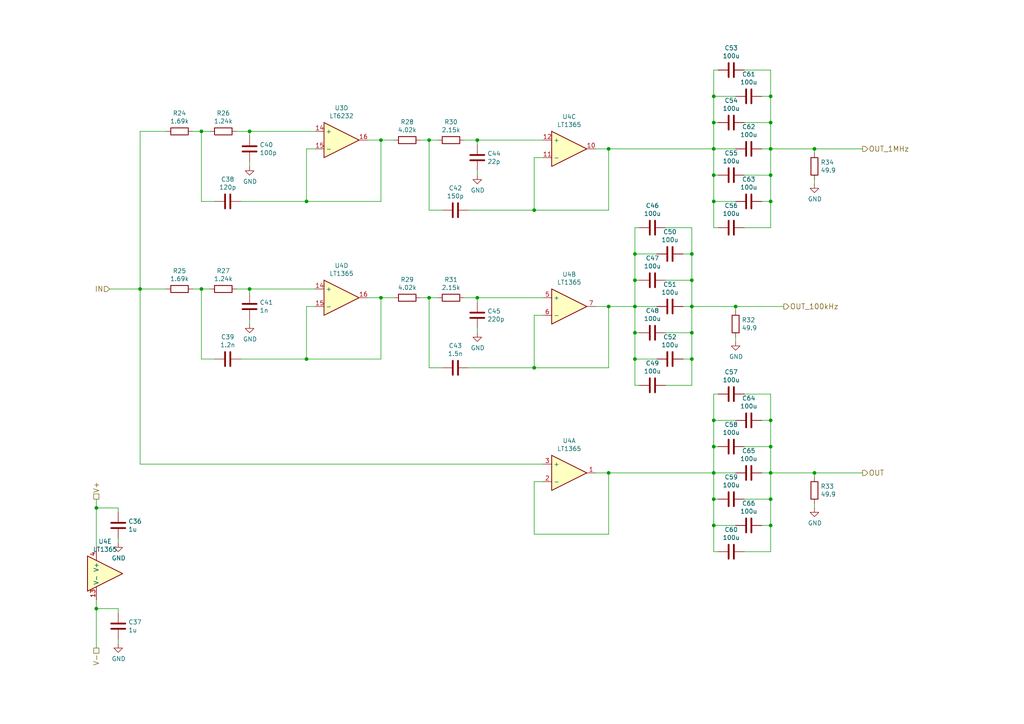
<source format=kicad_sch>
(kicad_sch (version 20230121) (generator eeschema)
  (paper "A4")
  (title_block (title "Low Noise Differential Amplifier") (date "2023-05-02") (rev "v1.1") (comment 1 "Copyright (©) 2023, Patrick Baus <patrick.baus@physik.tu-darmstadt.de>") (comment 2 "Licensed under CERN OHL v.1.2"))
  (lib_symbols
    (symbol "ADI:LT1365"
      (property "Reference" "U" (at 0 5.08 0))
      (property "Value" "LT1365" (at 0 -5.08 0))
      (symbol "LT1365_0_1"
        (polyline (pts (xy -5.08 5.08) (xy 5.08 0) (xy -5.08 -5.08) (xy -5.08 5.08)) (stroke (width 0.254)) (fill (type background)))
      )
      (symbol "LT1365_1_1"
        (pin output line (at 7.62 0 180) (length 2.54) (name "~") (number "1"))
        (pin input line (at -7.62 -2.54 0) (length 2.54) (name "-") (number "2"))
        (pin input line (at -7.62 2.54 0) (length 2.54) (name "+") (number "3"))
      )
      (symbol "LT1365_2_1"
        (pin input line (at -7.62 2.54 0) (length 2.54) (name "+") (number "5"))
        (pin input line (at -7.62 -2.54 0) (length 2.54) (name "-") (number "6"))
        (pin output line (at 7.62 0 180) (length 2.54) (name "~") (number "7"))
      )
      (symbol "LT1365_3_1"
        (pin output line (at 7.62 0 180) (length 2.54) (name "~") (number "10"))
        (pin input line (at -7.62 -2.54 0) (length 2.54) (name "-") (number "11"))
        (pin input line (at -7.62 2.54 0) (length 2.54) (name "+") (number "12"))
      )
      (symbol "LT1365_4_1"
        (pin input line (at -7.62 2.54 0) (length 2.54) (name "+") (number "14"))
        (pin input line (at -7.62 -2.54 0) (length 2.54) (name "-") (number "15"))
        (pin output line (at 7.62 0 180) (length 2.54) (name "~") (number "16"))
      )
      (symbol "LT1365_5_1"
        (pin power_in line (at -2.54 -7.62 90) (length 3.81) (name "V-") (number "13"))
        (pin power_in line (at -2.54 7.62 270) (length 3.81) (name "V+") (number "4"))
        (pin no_connect line (at 0 -6.35 90) (length 3.81) hide (name "~") (number "8"))
        (pin no_connect line (at 0 6.35 270) (length 3.81) hide (name "~") (number "9"))
      )
    )
    (symbol "ADI:LT6232"
      (property "Reference" "U" (at 0 5.08 0))
      (property "Value" "LT6232" (at 0 -5.08 0))
      (symbol "LT6232_0_1"
        (polyline (pts (xy -5.08 5.08) (xy 5.08 0) (xy -5.08 -5.08) (xy -5.08 5.08)) (stroke (width 0.254)) (fill (type background)))
      )
      (symbol "LT6232_1_1"
        (pin output line (at 7.62 0 180) (length 2.54) (name "~") (number "1"))
        (pin input line (at -7.62 -2.54 0) (length 2.54) (name "-") (number "2"))
        (pin input line (at -7.62 2.54 0) (length 2.54) (name "+") (number "3"))
      )
      (symbol "LT6232_2_1"
        (pin input line (at -7.62 2.54 0) (length 2.54) (name "+") (number "5"))
        (pin input line (at -7.62 -2.54 0) (length 2.54) (name "-") (number "6"))
        (pin output line (at 7.62 0 180) (length 2.54) (name "~") (number "7"))
      )
      (symbol "LT6232_3_1"
        (pin output line (at 7.62 0 180) (length 2.54) (name "~") (number "10"))
        (pin input line (at -7.62 -2.54 0) (length 2.54) (name "-") (number "11"))
        (pin input line (at -7.62 2.54 0) (length 2.54) (name "+") (number "12"))
      )
      (symbol "LT6232_4_1"
        (pin input line (at -7.62 2.54 0) (length 2.54) (name "+") (number "14"))
        (pin input line (at -7.62 -2.54 0) (length 2.54) (name "-") (number "15"))
        (pin output line (at 7.62 0 180) (length 2.54) (name "~") (number "16"))
      )
      (symbol "LT6232_5_1"
        (pin power_in line (at -2.54 -7.62 90) (length 3.81) (name "V-") (number "13"))
        (pin power_in line (at -2.54 7.62 270) (length 3.81) (name "V+") (number "4"))
        (pin no_connect line (at 0 -6.35 90) (length 3.81) hide (name "~") (number "8"))
        (pin no_connect line (at 0 6.35 270) (length 3.81) hide (name "~") (number "9"))
      )
    )
    (symbol "Device:C" (pin_numbers hide) (pin_names (offset 0.254))
      (property "Reference" "C" (at 0.635 2.54 0))
      (property "Value" "C" (at 0.635 -2.54 0))
      (symbol "C_0_1"
        (polyline (pts (xy -2.032 -0.762) (xy 2.032 -0.762)) (stroke (width 0.508)))
        (polyline (pts (xy -2.032 0.762) (xy 2.032 0.762)) (stroke (width 0.508)))
      )
      (symbol "C_1_1"
        (pin passive line (at 0 3.81 270) (length 2.794) (name "~") (number "1"))
        (pin passive line (at 0 -3.81 90) (length 2.794) (name "~") (number "2"))
      )
    )
    (symbol "Device:R" (pin_numbers hide) (pin_names (offset 0))
      (property "Reference" "R" (at 2.032 0 90))
      (property "Value" "R" (at 0 0 90))
      (symbol "R_0_1"
        (rectangle (start -1.016 -2.54) (end 1.016 2.54) (stroke (width 0.254)))
      )
      (symbol "R_1_1"
        (pin passive line (at 0 3.81 270) (length 1.27) (name "~") (number "1"))
        (pin passive line (at 0 -3.81 90) (length 1.27) (name "~") (number "2"))
      )
    )
    (symbol "power:GND" (power) (pin_names (offset 0))
      (property "Value" "GND" (at 0 -3.81 0))
      (symbol "GND_0_1"
        (polyline (pts (xy 0 0) (xy 0 -1.27) (xy 1.27 -1.27) (xy 0 -2.54) (xy -1.27 -1.27) (xy 0 -1.27)))
      )
      (symbol "GND_1_1"
        (pin power_in line (at 0 0 270) (length 0) hide (name "GND") (number "1"))
      )
    )
  )
  (junction (at 223.52 43.18))
  (junction (at 88.9 104.14))
  (junction (at 200.66 81.28))
  (junction (at 200.66 73.66))
  (junction (at 58.42 83.82))
  (junction (at 207.01 137.16))
  (junction (at 223.52 137.16))
  (junction (at 184.15 96.52))
  (junction (at 184.15 104.14))
  (junction (at 223.52 144.78))
  (junction (at 223.52 152.4))
  (junction (at 213.36 88.9))
  (junction (at 223.52 121.92))
  (junction (at 72.39 83.82))
  (junction (at 200.66 88.9))
  (junction (at 207.01 152.4))
  (junction (at 223.52 129.54))
  (junction (at 124.46 40.64))
  (junction (at 138.43 86.36))
  (junction (at 207.01 144.78))
  (junction (at 176.53 137.16))
  (junction (at 207.01 121.92))
  (junction (at 40.64 83.82))
  (junction (at 236.22 137.16))
  (junction (at 200.66 104.14))
  (junction (at 223.52 50.8))
  (junction (at 27.94 176.53))
  (junction (at 110.49 86.36))
  (junction (at 72.39 38.1))
  (junction (at 207.01 129.54))
  (junction (at 110.49 40.64))
  (junction (at 184.15 88.9))
  (junction (at 223.52 35.56))
  (junction (at 223.52 58.42))
  (junction (at 207.01 43.18))
  (junction (at 154.94 60.96))
  (junction (at 58.42 38.1))
  (junction (at 200.66 96.52))
  (junction (at 207.01 35.56))
  (junction (at 207.01 50.8))
  (junction (at 176.53 88.9))
  (junction (at 154.94 106.68))
  (junction (at 138.43 40.64))
  (junction (at 124.46 86.36))
  (junction (at 88.9 58.42))
  (junction (at 207.01 27.94))
  (junction (at 236.22 43.18))
  (junction (at 207.01 58.42))
  (junction (at 184.15 73.66))
  (junction (at 184.15 81.28))
  (junction (at 27.94 147.32))
  (junction (at 223.52 27.94))
  (junction (at 176.53 43.18))
  (wire (pts (xy 184.15 96.52) (xy 185.42 96.52)))
  (wire (pts (xy 135.89 60.96) (xy 154.94 60.96)))
  (wire (pts (xy 223.52 66.04) (xy 215.9 66.04)))
  (wire (pts (xy 110.49 40.64) (xy 114.3 40.64)))
  (wire (pts (xy 184.15 104.14) (xy 184.15 111.76)))
  (wire (pts (xy 172.72 43.18) (xy 176.53 43.18)))
  (wire (pts (xy 223.52 114.3) (xy 223.52 121.92)))
  (wire (pts (xy 88.9 104.14) (xy 110.49 104.14)))
  (wire (pts (xy 72.39 83.82) (xy 72.39 85.09)))
  (wire (pts (xy 208.28 20.32) (xy 207.01 20.32)))
  (wire (pts (xy 72.39 38.1) (xy 72.39 39.37)))
  (wire (pts (xy 223.52 144.78) (xy 215.9 144.78)))
  (wire (pts (xy 223.52 152.4) (xy 220.98 152.4)))
  (wire (pts (xy 223.52 129.54) (xy 215.9 129.54)))
  (wire (pts (xy 157.48 139.7) (xy 154.94 139.7)))
  (wire (pts (xy 124.46 60.96) (xy 128.27 60.96)))
  (wire (pts (xy 207.01 58.42) (xy 207.01 66.04)))
  (wire (pts (xy 154.94 154.94) (xy 176.53 154.94)))
  (wire (pts (xy 40.64 134.62) (xy 157.48 134.62)))
  (wire (pts (xy 72.39 83.82) (xy 91.44 83.82)))
  (wire (pts (xy 223.52 35.56) (xy 223.52 43.18)))
  (wire (pts (xy 193.04 66.04) (xy 200.66 66.04)))
  (wire (pts (xy 154.94 91.44) (xy 154.94 106.68)))
  (wire (pts (xy 124.46 40.64) (xy 127 40.64)))
  (wire (pts (xy 207.01 144.78) (xy 207.01 152.4)))
  (wire (pts (xy 184.15 66.04) (xy 184.15 73.66)))
  (wire (pts (xy 48.26 38.1) (xy 40.64 38.1)))
  (wire (pts (xy 124.46 106.68) (xy 128.27 106.68)))
  (wire (pts (xy 207.01 20.32) (xy 207.01 27.94)))
  (wire (pts (xy 69.85 58.42) (xy 88.9 58.42)))
  (wire (pts (xy 223.52 58.42) (xy 223.52 66.04)))
  (wire (pts (xy 184.15 111.76) (xy 185.42 111.76)))
  (wire (pts (xy 31.75 83.82) (xy 40.64 83.82)))
  (wire (pts (xy 176.53 60.96) (xy 176.53 43.18)))
  (wire (pts (xy 34.29 148.59) (xy 34.29 147.32)))
  (wire (pts (xy 213.36 88.9) (xy 213.36 90.17)))
  (wire (pts (xy 154.94 60.96) (xy 176.53 60.96)))
  (wire (pts (xy 223.52 129.54) (xy 223.52 137.16)))
  (wire (pts (xy 223.52 27.94) (xy 220.98 27.94)))
  (wire (pts (xy 208.28 114.3) (xy 207.01 114.3)))
  (wire (pts (xy 223.52 137.16) (xy 236.22 137.16)))
  (wire (pts (xy 184.15 104.14) (xy 190.5 104.14)))
  (wire (pts (xy 27.94 147.32) (xy 27.94 158.75)))
  (wire (pts (xy 172.72 137.16) (xy 176.53 137.16)))
  (wire (pts (xy 207.01 129.54) (xy 207.01 137.16)))
  (wire (pts (xy 184.15 73.66) (xy 190.5 73.66)))
  (wire (pts (xy 138.43 49.53) (xy 138.43 50.8)))
  (wire (pts (xy 200.66 96.52) (xy 200.66 104.14)))
  (wire (pts (xy 138.43 86.36) (xy 138.43 87.63)))
  (wire (pts (xy 207.01 66.04) (xy 208.28 66.04)))
  (wire (pts (xy 40.64 83.82) (xy 40.64 134.62)))
  (wire (pts (xy 207.01 137.16) (xy 207.01 144.78)))
  (wire (pts (xy 200.66 81.28) (xy 193.04 81.28)))
  (wire (pts (xy 34.29 176.53) (xy 27.94 176.53)))
  (wire (pts (xy 72.39 46.99) (xy 72.39 48.26)))
  (wire (pts (xy 207.01 43.18) (xy 213.36 43.18)))
  (wire (pts (xy 223.52 50.8) (xy 223.52 58.42)))
  (wire (pts (xy 200.66 111.76) (xy 193.04 111.76)))
  (wire (pts (xy 154.94 106.68) (xy 176.53 106.68)))
  (wire (pts (xy 223.52 43.18) (xy 223.52 50.8)))
  (wire (pts (xy 236.22 147.32) (xy 236.22 146.05)))
  (wire (pts (xy 207.01 121.92) (xy 207.01 129.54)))
  (wire (pts (xy 134.62 86.36) (xy 138.43 86.36)))
  (wire (pts (xy 34.29 147.32) (xy 27.94 147.32)))
  (wire (pts (xy 58.42 83.82) (xy 58.42 104.14)))
  (wire (pts (xy 58.42 58.42) (xy 62.23 58.42)))
  (wire (pts (xy 40.64 83.82) (xy 48.26 83.82)))
  (wire (pts (xy 213.36 99.06) (xy 213.36 97.79)))
  (wire (pts (xy 34.29 157.48) (xy 34.29 156.21)))
  (wire (pts (xy 223.52 43.18) (xy 236.22 43.18)))
  (wire (pts (xy 88.9 58.42) (xy 110.49 58.42)))
  (wire (pts (xy 200.66 88.9) (xy 200.66 96.52)))
  (wire (pts (xy 72.39 92.71) (xy 72.39 93.98)))
  (wire (pts (xy 138.43 86.36) (xy 157.48 86.36)))
  (wire (pts (xy 207.01 35.56) (xy 208.28 35.56)))
  (wire (pts (xy 207.01 43.18) (xy 207.01 50.8)))
  (wire (pts (xy 27.94 173.99) (xy 27.94 176.53)))
  (wire (pts (xy 110.49 86.36) (xy 114.3 86.36)))
  (wire (pts (xy 223.52 160.02) (xy 215.9 160.02)))
  (wire (pts (xy 185.42 66.04) (xy 184.15 66.04)))
  (wire (pts (xy 198.12 88.9) (xy 200.66 88.9)))
  (wire (pts (xy 135.89 106.68) (xy 154.94 106.68)))
  (wire (pts (xy 91.44 88.9) (xy 88.9 88.9)))
  (wire (pts (xy 223.52 121.92) (xy 223.52 129.54)))
  (wire (pts (xy 200.66 66.04) (xy 200.66 73.66)))
  (wire (pts (xy 207.01 152.4) (xy 207.01 160.02)))
  (wire (pts (xy 88.9 88.9) (xy 88.9 104.14)))
  (wire (pts (xy 215.9 114.3) (xy 223.52 114.3)))
  (wire (pts (xy 223.52 27.94) (xy 223.52 35.56)))
  (wire (pts (xy 207.01 152.4) (xy 213.36 152.4)))
  (wire (pts (xy 55.88 83.82) (xy 58.42 83.82)))
  (wire (pts (xy 207.01 129.54) (xy 208.28 129.54)))
  (wire (pts (xy 200.66 73.66) (xy 198.12 73.66)))
  (wire (pts (xy 236.22 43.18) (xy 250.19 43.18)))
  (wire (pts (xy 223.52 137.16) (xy 223.52 144.78)))
  (wire (pts (xy 176.53 106.68) (xy 176.53 88.9)))
  (wire (pts (xy 220.98 43.18) (xy 223.52 43.18)))
  (wire (pts (xy 213.36 88.9) (xy 227.33 88.9)))
  (wire (pts (xy 55.88 38.1) (xy 58.42 38.1)))
  (wire (pts (xy 207.01 114.3) (xy 207.01 121.92)))
  (wire (pts (xy 184.15 96.52) (xy 184.15 104.14)))
  (wire (pts (xy 124.46 86.36) (xy 127 86.36)))
  (wire (pts (xy 200.66 104.14) (xy 200.66 111.76)))
  (wire (pts (xy 69.85 104.14) (xy 88.9 104.14)))
  (wire (pts (xy 207.01 50.8) (xy 208.28 50.8)))
  (wire (pts (xy 184.15 88.9) (xy 184.15 96.52)))
  (wire (pts (xy 184.15 81.28) (xy 185.42 81.28)))
  (wire (pts (xy 110.49 104.14) (xy 110.49 86.36)))
  (wire (pts (xy 223.52 144.78) (xy 223.52 152.4)))
  (wire (pts (xy 40.64 38.1) (xy 40.64 83.82)))
  (wire (pts (xy 207.01 35.56) (xy 207.01 43.18)))
  (wire (pts (xy 215.9 20.32) (xy 223.52 20.32)))
  (wire (pts (xy 138.43 40.64) (xy 157.48 40.64)))
  (wire (pts (xy 68.58 38.1) (xy 72.39 38.1)))
  (wire (pts (xy 72.39 38.1) (xy 91.44 38.1)))
  (wire (pts (xy 134.62 40.64) (xy 138.43 40.64)))
  (wire (pts (xy 176.53 88.9) (xy 184.15 88.9)))
  (wire (pts (xy 58.42 38.1) (xy 60.96 38.1)))
  (wire (pts (xy 207.01 137.16) (xy 213.36 137.16)))
  (wire (pts (xy 200.66 73.66) (xy 200.66 81.28)))
  (wire (pts (xy 110.49 58.42) (xy 110.49 40.64)))
  (wire (pts (xy 236.22 137.16) (xy 250.19 137.16)))
  (wire (pts (xy 223.52 121.92) (xy 220.98 121.92)))
  (wire (pts (xy 223.52 58.42) (xy 220.98 58.42)))
  (wire (pts (xy 34.29 177.8) (xy 34.29 176.53)))
  (wire (pts (xy 88.9 43.18) (xy 88.9 58.42)))
  (wire (pts (xy 154.94 139.7) (xy 154.94 154.94)))
  (wire (pts (xy 58.42 83.82) (xy 60.96 83.82)))
  (wire (pts (xy 124.46 86.36) (xy 124.46 106.68)))
  (wire (pts (xy 207.01 27.94) (xy 207.01 35.56)))
  (wire (pts (xy 27.94 176.53) (xy 27.94 187.96)))
  (wire (pts (xy 27.94 144.78) (xy 27.94 147.32)))
  (wire (pts (xy 207.01 50.8) (xy 207.01 58.42)))
  (wire (pts (xy 236.22 43.18) (xy 236.22 44.45)))
  (wire (pts (xy 34.29 186.69) (xy 34.29 185.42)))
  (wire (pts (xy 236.22 137.16) (xy 236.22 138.43)))
  (wire (pts (xy 184.15 81.28) (xy 184.15 88.9)))
  (wire (pts (xy 138.43 95.25) (xy 138.43 96.52)))
  (wire (pts (xy 184.15 88.9) (xy 190.5 88.9)))
  (wire (pts (xy 154.94 45.72) (xy 154.94 60.96)))
  (wire (pts (xy 121.92 40.64) (xy 124.46 40.64)))
  (wire (pts (xy 58.42 104.14) (xy 62.23 104.14)))
  (wire (pts (xy 138.43 40.64) (xy 138.43 41.91)))
  (wire (pts (xy 200.66 96.52) (xy 193.04 96.52)))
  (wire (pts (xy 157.48 91.44) (xy 154.94 91.44)))
  (wire (pts (xy 124.46 40.64) (xy 124.46 60.96)))
  (wire (pts (xy 207.01 160.02) (xy 208.28 160.02)))
  (wire (pts (xy 58.42 38.1) (xy 58.42 58.42)))
  (wire (pts (xy 68.58 83.82) (xy 72.39 83.82)))
  (wire (pts (xy 207.01 58.42) (xy 213.36 58.42)))
  (wire (pts (xy 184.15 73.66) (xy 184.15 81.28)))
  (wire (pts (xy 207.01 121.92) (xy 213.36 121.92)))
  (wire (pts (xy 121.92 86.36) (xy 124.46 86.36)))
  (wire (pts (xy 176.53 43.18) (xy 207.01 43.18)))
  (wire (pts (xy 223.52 50.8) (xy 215.9 50.8)))
  (wire (pts (xy 91.44 43.18) (xy 88.9 43.18)))
  (wire (pts (xy 207.01 144.78) (xy 208.28 144.78)))
  (wire (pts (xy 200.66 88.9) (xy 213.36 88.9)))
  (wire (pts (xy 220.98 137.16) (xy 223.52 137.16)))
  (wire (pts (xy 106.68 86.36) (xy 110.49 86.36)))
  (wire (pts (xy 223.52 20.32) (xy 223.52 27.94)))
  (wire (pts (xy 172.72 88.9) (xy 176.53 88.9)))
  (wire (pts (xy 236.22 53.34) (xy 236.22 52.07)))
  (wire (pts (xy 176.53 154.94) (xy 176.53 137.16)))
  (wire (pts (xy 223.52 35.56) (xy 215.9 35.56)))
  (wire (pts (xy 207.01 27.94) (xy 213.36 27.94)))
  (wire (pts (xy 200.66 104.14) (xy 198.12 104.14)))
  (wire (pts (xy 223.52 152.4) (xy 223.52 160.02)))
  (wire (pts (xy 176.53 137.16) (xy 207.01 137.16)))
  (wire (pts (xy 106.68 40.64) (xy 110.49 40.64)))
  (wire (pts (xy 157.48 45.72) (xy 154.94 45.72)))
  (wire (pts (xy 200.66 81.28) (xy 200.66 88.9)))
  (hierarchical_label "V+" (shape passive) (at 27.94 144.78 90) (effects (font (size 1.524 1.524))))
  (hierarchical_label "OUT" (shape output) (at 250.19 137.16 0) (effects (font (size 1.524 1.524))))
  (hierarchical_label "OUT_1MHz" (shape output) (at 250.19 43.18 0) (effects (font (size 1.524 1.524))))
  (hierarchical_label "V-" (shape passive) (at 27.94 187.96 270) (effects (font (size 1.524 1.524))))
  (hierarchical_label "IN" (shape input) (at 31.75 83.82 180) (effects (font (size 1.524 1.524))))
  (hierarchical_label "OUT_100kHz" (shape output) (at 227.33 88.9 0) (effects (font (size 1.524 1.524))))
  (symbol (lib_id "ADI:LT6232") (at 99.06 40.64 0) (unit 4)
    (property "Reference" "U3" (at 99.06 31.3182 0))
    (property "Value" "LT6232" (at 99.06 33.6296 0))
    (property "Footprint" "Package_SO:SSOP-16_3.9x4.9mm_P0.635mm" (effects hide))
    (property "PN" "LT6232CGN#PBF" (effects hide))
    (property "MFN" "Analog Devices" (effects hide))
  )
  (symbol (lib_id "Device:R") (at 52.07 38.1 270) (unit 1)
    (property "Reference" "R24" (at 52.07 32.8422 90))
    (property "Value" "1.69k" (at 52.07 35.1536 90))
    (property "Footprint" "Resistor_SMD:R_1206_3216Metric" (effects hide))
    (property "MFN" "Susumu" (effects hide))
    (property "PN" "RG3216P-1691-B-T5" (effects hide))
  )
  (symbol (lib_id "Device:R") (at 64.77 38.1 270) (unit 1)
    (property "Reference" "R26" (at 64.77 32.8422 90))
    (property "Value" "1.24k" (at 64.77 35.1536 90))
    (property "Footprint" "Resistor_SMD:R_1206_3216Metric" (effects hide))
    (property "MFN" "Panasonic" (effects hide))
    (property "PN" "ERA-8AEB1241V" (effects hide))
  )
  (symbol (lib_id "Device:C") (at 72.39 43.18 0) (unit 1)
    (property "Reference" "C40" (at 75.311 42.0116 0) (effects (justify left)))
    (property "Value" "100p" (at 75.311 44.323 0) (effects (justify left)))
    (property "Footprint" "Capacitor_SMD:C_1206_3216Metric" (effects hide))
    (property "MFN" "AVX" (effects hide))
    (property "PN" "12065A101JAT2A" (effects hide))
  )
  (symbol (lib_id "power:GND") (at 72.39 48.26 0) (unit 1)
    (property "Reference" "#PWR022" (effects hide))
    (property "Value" "GND" (at 72.517 52.6542 0))
  )
  (symbol (lib_id "Device:C") (at 66.04 58.42 270) (unit 1)
    (property "Reference" "C38" (at 66.04 52.0192 90))
    (property "Value" "120p" (at 66.04 54.3306 90))
    (property "Footprint" "Capacitor_SMD:C_1206_3216Metric" (effects hide))
    (property "MFN" "AVX" (effects hide))
    (property "PN" "12065A121JAT2A" (effects hide))
  )
  (symbol (lib_id "ADI:LT1365") (at 165.1 43.18 0) (unit 3)
    (property "Reference" "U4" (at 165.1 33.8582 0))
    (property "Value" "LT1365" (at 165.1 36.1696 0))
    (property "Footprint" "Package_SO:SOIC-16_3.9x9.9mm_P1.27mm" (effects hide))
    (property "MFN" "Analog Devices" (effects hide))
    (property "PN" "LT1365CS#PBF" (effects hide))
  )
  (symbol (lib_id "Device:R") (at 118.11 40.64 270) (unit 1)
    (property "Reference" "R28" (at 118.11 35.3822 90))
    (property "Value" "4.02k" (at 118.11 37.6936 90))
    (property "Footprint" "Resistor_SMD:R_1206_3216Metric" (effects hide))
    (property "MFN" "Susumu" (effects hide))
    (property "PN" "RG3216P-4021-B-T1" (effects hide))
  )
  (symbol (lib_id "Device:R") (at 130.81 40.64 270) (unit 1)
    (property "Reference" "R30" (at 130.81 35.3822 90))
    (property "Value" "2.15k" (at 130.81 37.6936 90))
    (property "Footprint" "Resistor_SMD:R_1206_3216Metric" (effects hide))
    (property "MFN" "Panasonic" (effects hide))
    (property "PN" "RG3216P-2151-B-T5" (effects hide))
  )
  (symbol (lib_id "Device:C") (at 138.43 45.72 0) (unit 1)
    (property "Reference" "C44" (at 141.351 44.5516 0) (effects (justify left)))
    (property "Value" "22p" (at 141.351 46.863 0) (effects (justify left)))
    (property "Footprint" "Capacitor_SMD:C_1206_3216Metric" (effects hide))
    (property "MFN" "AVX" (effects hide))
    (property "PN" "12065A220JAT2A" (effects hide))
  )
  (symbol (lib_id "power:GND") (at 138.43 50.8 0) (unit 1)
    (property "Reference" "#PWR023" (effects hide))
    (property "Value" "GND" (at 138.557 55.1942 0))
  )
  (symbol (lib_id "Device:C") (at 132.08 60.96 270) (unit 1)
    (property "Reference" "C42" (at 132.08 54.5592 90))
    (property "Value" "150p" (at 132.08 56.8706 90))
    (property "Footprint" "Capacitor_SMD:C_1206_3216Metric" (effects hide))
    (property "MFN" "AVX" (effects hide))
    (property "PN" "12065A151JAT2A" (effects hide))
  )
  (symbol (lib_id "Device:R") (at 236.22 142.24 180) (unit 1)
    (property "Reference" "R33" (at 237.998 141.0716 0) (effects (justify right)))
    (property "Value" "49.9" (at 237.998 143.383 0) (effects (justify right)))
    (property "Footprint" "Resistor_SMD:R_1206_3216Metric" (effects hide))
    (property "MFN" "Susumu" (effects hide))
    (property "PN" "RG3216P-49R9-B-T1" (effects hide))
  )
  (symbol (lib_id "power:GND") (at 236.22 53.34 0) (unit 1)
    (property "Reference" "#PWR024" (effects hide))
    (property "Value" "GND" (at 236.347 57.7342 0))
  )
  (symbol (lib_id "Device:R") (at 52.07 83.82 270) (unit 1)
    (property "Reference" "R25" (at 52.07 78.5622 90))
    (property "Value" "1.69k" (at 52.07 80.8736 90))
    (property "Footprint" "Resistor_SMD:R_1206_3216Metric" (effects hide))
    (property "MFN" "Susumu" (effects hide))
    (property "PN" "RG3216P-1691-B-T5" (effects hide))
  )
  (symbol (lib_id "Device:R") (at 64.77 83.82 270) (unit 1)
    (property "Reference" "R27" (at 64.77 78.5622 90))
    (property "Value" "1.24k" (at 64.77 80.8736 90))
    (property "Footprint" "Resistor_SMD:R_1206_3216Metric" (effects hide))
    (property "MFN" "Panasonic" (effects hide))
    (property "PN" "ERA-8AEB1241V" (effects hide))
  )
  (symbol (lib_id "Device:C") (at 72.39 88.9 0) (unit 1)
    (property "Reference" "C41" (at 75.311 87.7316 0) (effects (justify left)))
    (property "Value" "1n" (at 75.311 90.043 0) (effects (justify left)))
    (property "Footprint" "Capacitor_SMD:C_1206_3216Metric" (effects hide))
    (property "MFN" "AVX" (effects hide))
    (property "PN" "12065A102JAT2A" (effects hide))
  )
  (symbol (lib_id "power:GND") (at 72.39 93.98 0) (unit 1)
    (property "Reference" "#PWR025" (effects hide))
    (property "Value" "GND" (at 72.517 98.3742 0))
  )
  (symbol (lib_id "Device:C") (at 66.04 104.14 270) (unit 1)
    (property "Reference" "C39" (at 66.04 97.7392 90))
    (property "Value" "1.2n" (at 66.04 100.0506 90))
    (property "Footprint" "Capacitor_SMD:C_1206_3216Metric" (effects hide))
    (property "MFN" "AVX" (effects hide))
    (property "PN" "12065A122JAT2A" (effects hide))
  )
  (symbol (lib_id "ADI:LT1365") (at 165.1 88.9 0) (unit 2)
    (property "Reference" "U4" (at 165.1 79.5782 0))
    (property "Value" "LT1365" (at 165.1 81.8896 0))
    (property "Footprint" "Package_SO:SOIC-16_3.9x9.9mm_P1.27mm" (effects hide))
    (property "MFN" "Analog Devices" (effects hide))
    (property "PN" "LT1365CS#PBF" (effects hide))
  )
  (symbol (lib_id "Device:R") (at 118.11 86.36 270) (unit 1)
    (property "Reference" "R29" (at 118.11 81.1022 90))
    (property "Value" "4.02k" (at 118.11 83.4136 90))
    (property "Footprint" "Resistor_SMD:R_1206_3216Metric" (effects hide))
    (property "MFN" "Susumu" (effects hide))
    (property "PN" "RG3216P-4021-B-T1" (effects hide))
  )
  (symbol (lib_id "Device:R") (at 130.81 86.36 270) (unit 1)
    (property "Reference" "R31" (at 130.81 81.1022 90))
    (property "Value" "2.15k" (at 130.81 83.4136 90))
    (property "Footprint" "Resistor_SMD:R_1206_3216Metric" (effects hide))
    (property "MFN" "Panasonic" (effects hide))
    (property "PN" "ERA-8AEB2151V" (effects hide))
  )
  (symbol (lib_id "Device:C") (at 138.43 91.44 0) (unit 1)
    (property "Reference" "C45" (at 141.351 90.2716 0) (effects (justify left)))
    (property "Value" "220p" (at 141.351 92.583 0) (effects (justify left)))
    (property "Footprint" "Capacitor_SMD:C_1206_3216Metric" (effects hide))
    (property "MFN" "AVX" (effects hide))
    (property "PN" "12065A221JAT2A" (effects hide))
  )
  (symbol (lib_id "power:GND") (at 138.43 96.52 0) (unit 1)
    (property "Reference" "#PWR026" (effects hide))
    (property "Value" "GND" (at 138.557 100.9142 0))
  )
  (symbol (lib_id "Device:C") (at 132.08 106.68 270) (unit 1)
    (property "Reference" "C43" (at 132.08 100.2792 90))
    (property "Value" "1.5n" (at 132.08 102.5906 90))
    (property "Footprint" "Capacitor_SMD:C_1206_3216Metric" (effects hide))
    (property "MFN" "AVX" (effects hide))
    (property "PN" "12065A152JAT2A" (effects hide))
  )
  (symbol (lib_id "Device:R") (at 213.36 93.98 180) (unit 1)
    (property "Reference" "R32" (at 215.138 92.8116 0) (effects (justify right)))
    (property "Value" "49.9" (at 215.138 95.123 0) (effects (justify right)))
    (property "Footprint" "Resistor_SMD:R_1206_3216Metric" (effects hide))
    (property "MFN" "Susumu" (effects hide))
    (property "PN" "RG3216P-49R9-B-T1" (effects hide))
  )
  (symbol (lib_id "power:GND") (at 213.36 99.06 0) (unit 1)
    (property "Reference" "#PWR027" (effects hide))
    (property "Value" "GND" (at 213.487 103.4542 0))
  )
  (symbol (lib_id "ADI:LT1365") (at 99.06 86.36 0) (unit 4)
    (property "Reference" "U4" (at 99.06 77.0382 0))
    (property "Value" "LT1365" (at 99.06 79.3496 0))
    (property "Footprint" "Package_SO:SOIC-16_3.9x9.9mm_P1.27mm" (effects hide))
    (property "MFN" "Analog Devices" (effects hide))
    (property "PN" "LT1365CS#PBF" (effects hide))
  )
  (symbol (lib_id "ADI:LT1365") (at 165.1 137.16 0) (unit 1)
    (property "Reference" "U4" (at 165.1 127.8382 0))
    (property "Value" "LT1365" (at 165.1 130.1496 0))
    (property "Footprint" "Package_SO:SOIC-16_3.9x9.9mm_P1.27mm" (effects hide))
    (property "MFN" "Analog Devices" (effects hide))
    (property "PN" "LT1365CS#PBF" (effects hide))
  )
  (symbol (lib_id "Device:C") (at 212.09 114.3 270) (unit 1)
    (property "Reference" "C57" (at 212.09 107.8992 90))
    (property "Value" "100u" (at 212.09 110.2106 90))
    (property "Footprint" "Capacitor_SMD:C_1210_3225Metric" (effects hide))
    (property "MFN" "Murata" (effects hide))
    (property "PN" "GRM32ER61A107ME20K" (effects hide))
  )
  (symbol (lib_id "Device:R") (at 236.22 48.26 180) (unit 1)
    (property "Reference" "R34" (at 237.998 47.0916 0) (effects (justify right)))
    (property "Value" "49.9" (at 237.998 49.403 0) (effects (justify right)))
    (property "Footprint" "Resistor_SMD:R_1206_3216Metric" (effects hide))
    (property "MFN" "Susumu" (effects hide))
    (property "PN" "RG3216P-49R9-B-T1" (effects hide))
  )
  (symbol (lib_id "power:GND") (at 236.22 147.32 0) (unit 1)
    (property "Reference" "#PWR028" (effects hide))
    (property "Value" "GND" (at 236.347 151.7142 0))
  )
  (symbol (lib_id "Device:C") (at 34.29 152.4 0) (unit 1)
    (property "Reference" "C36" (at 37.211 151.2316 0) (effects (justify left)))
    (property "Value" "1u" (at 37.211 153.543 0) (effects (justify left)))
    (property "Footprint" "Capacitor_THT:C_Rect_L7.2mm_W5.5mm_P5.00mm_FKS2_FKP2_MKS2_MKP2" (effects hide))
    (property "MFN" "WIMA" (effects hide))
    (property "PN" "MKS2C041001F00KC00" (effects hide))
  )
  (symbol (lib_id "power:GND") (at 34.29 157.48 0) (unit 1)
    (property "Reference" "#PWR029" (effects hide))
    (property "Value" "GND" (at 34.417 161.8742 0))
  )
  (symbol (lib_id "Device:C") (at 34.29 181.61 0) (unit 1)
    (property "Reference" "C37" (at 37.211 180.4416 0) (effects (justify left)))
    (property "Value" "1u" (at 37.211 182.753 0) (effects (justify left)))
    (property "Footprint" "Capacitor_THT:C_Rect_L7.2mm_W5.5mm_P5.00mm_FKS2_FKP2_MKS2_MKP2" (effects hide))
    (property "MFN" "WIMA" (effects hide))
    (property "PN" "MKS2C041001F00KC00" (effects hide))
  )
  (symbol (lib_id "power:GND") (at 34.29 186.69 0) (unit 1)
    (property "Reference" "#PWR030" (effects hide))
    (property "Value" "GND" (at 34.417 191.0842 0))
  )
  (symbol (lib_id "ADI:LT1365") (at 30.48 166.37 0) (unit 5)
    (property "Reference" "U4" (at 30.48 157.0482 0))
    (property "Value" "LT1365" (at 30.48 159.3596 0))
    (property "Footprint" "Package_SO:SOIC-16_3.9x9.9mm_P1.27mm" (effects hide))
    (property "MFN" "Analog Devices" (effects hide))
    (property "PN" "LT1365CS#PBF" (effects hide))
  )
  (symbol (lib_id "Device:C") (at 217.17 121.92 270) (unit 1)
    (property "Reference" "C64" (at 217.17 115.5192 90))
    (property "Value" "100u" (at 217.17 117.8306 90))
    (property "Footprint" "Capacitor_SMD:C_1210_3225Metric" (effects hide))
    (property "MFN" "Murata" (effects hide))
    (property "PN" "GRM32ER61A107ME20K" (effects hide))
  )
  (symbol (lib_id "Device:C") (at 212.09 129.54 270) (unit 1)
    (property "Reference" "C58" (at 212.09 123.1392 90))
    (property "Value" "100u" (at 212.09 125.4506 90))
    (property "Footprint" "Capacitor_SMD:C_1210_3225Metric" (effects hide))
    (property "MFN" "Murata" (effects hide))
    (property "PN" "GRM32ER61A107ME20K" (effects hide))
  )
  (symbol (lib_id "Device:C") (at 217.17 137.16 270) (unit 1)
    (property "Reference" "C65" (at 217.17 130.7592 90))
    (property "Value" "100u" (at 217.17 133.0706 90))
    (property "Footprint" "Capacitor_SMD:C_1210_3225Metric" (effects hide))
    (property "MFN" "Murata" (effects hide))
    (property "PN" "GRM32ER61A107ME20K" (effects hide))
  )
  (symbol (lib_id "Device:C") (at 212.09 144.78 270) (unit 1)
    (property "Reference" "C59" (at 212.09 138.3792 90))
    (property "Value" "100u" (at 212.09 140.6906 90))
    (property "Footprint" "Capacitor_SMD:C_1210_3225Metric" (effects hide))
    (property "MFN" "Murata" (effects hide))
    (property "PN" "GRM32ER61A107ME20K" (effects hide))
  )
  (symbol (lib_id "Device:C") (at 217.17 152.4 270) (unit 1)
    (property "Reference" "C66" (at 217.17 145.9992 90))
    (property "Value" "100u" (at 217.17 148.3106 90))
    (property "Footprint" "Capacitor_SMD:C_1210_3225Metric" (effects hide))
    (property "MFN" "Murata" (effects hide))
    (property "PN" "GRM32ER61A107ME20K" (effects hide))
  )
  (symbol (lib_id "Device:C") (at 194.31 104.14 270) (unit 1)
    (property "Reference" "C52" (at 194.31 97.7392 90))
    (property "Value" "100u" (at 194.31 100.0506 90))
    (property "Footprint" "Capacitor_SMD:C_1210_3225Metric" (effects hide))
    (property "MFN" "Murata" (effects hide))
    (property "PN" "GRM32ER61A107ME20K" (effects hide))
  )
  (symbol (lib_id "Device:C") (at 189.23 96.52 270) (unit 1)
    (property "Reference" "C48" (at 189.23 90.1192 90))
    (property "Value" "100u" (at 189.23 92.4306 90))
    (property "Footprint" "Capacitor_SMD:C_1210_3225Metric" (effects hide))
    (property "MFN" "Murata" (effects hide))
    (property "PN" "GRM32ER61A107ME20K" (effects hide))
  )
  (symbol (lib_id "Device:C") (at 194.31 88.9 270) (unit 1)
    (property "Reference" "C51" (at 194.31 82.4992 90))
    (property "Value" "100u" (at 194.31 84.8106 90))
    (property "Footprint" "Capacitor_SMD:C_1210_3225Metric" (effects hide))
    (property "MFN" "Murata" (effects hide))
    (property "PN" "GRM32ER61A107ME20K" (effects hide))
  )
  (symbol (lib_id "Device:C") (at 189.23 81.28 270) (unit 1)
    (property "Reference" "C47" (at 189.23 74.8792 90))
    (property "Value" "100u" (at 189.23 77.1906 90))
    (property "Footprint" "Capacitor_SMD:C_1210_3225Metric" (effects hide))
    (property "MFN" "Murata" (effects hide))
    (property "PN" "GRM32ER61A107ME20K" (effects hide))
  )
  (symbol (lib_id "Device:C") (at 194.31 73.66 270) (unit 1)
    (property "Reference" "C50" (at 194.31 67.2592 90))
    (property "Value" "100u" (at 194.31 69.5706 90))
    (property "Footprint" "Capacitor_SMD:C_1210_3225Metric" (effects hide))
    (property "MFN" "Murata" (effects hide))
    (property "PN" "GRM32ER61A107ME20K" (effects hide))
  )
  (symbol (lib_id "Device:C") (at 189.23 66.04 270) (unit 1)
    (property "Reference" "C46" (at 189.23 59.6392 90))
    (property "Value" "100u" (at 189.23 61.9506 90))
    (property "Footprint" "Capacitor_SMD:C_1210_3225Metric" (effects hide))
    (property "MFN" "Murata" (effects hide))
    (property "PN" "GRM32ER61A107ME20K" (effects hide))
  )
  (symbol (lib_id "Device:C") (at 217.17 58.42 270) (unit 1)
    (property "Reference" "C63" (at 217.17 52.0192 90))
    (property "Value" "100u" (at 217.17 54.3306 90))
    (property "Footprint" "Capacitor_SMD:C_1210_3225Metric" (effects hide))
    (property "MFN" "Murata" (effects hide))
    (property "PN" "GRM32ER61A107ME20K" (effects hide))
  )
  (symbol (lib_id "Device:C") (at 212.09 50.8 270) (unit 1)
    (property "Reference" "C55" (at 212.09 44.3992 90))
    (property "Value" "100u" (at 212.09 46.7106 90))
    (property "Footprint" "Capacitor_SMD:C_1210_3225Metric" (effects hide))
    (property "MFN" "Murata" (effects hide))
    (property "PN" "GRM32ER61A107ME20K" (effects hide))
  )
  (symbol (lib_id "Device:C") (at 217.17 43.18 270) (unit 1)
    (property "Reference" "C62" (at 217.17 36.7792 90))
    (property "Value" "100u" (at 217.17 39.0906 90))
    (property "Footprint" "Capacitor_SMD:C_1210_3225Metric" (effects hide))
    (property "MFN" "Murata" (effects hide))
    (property "PN" "GRM32ER61A107ME20K" (effects hide))
  )
  (symbol (lib_id "Device:C") (at 212.09 35.56 270) (unit 1)
    (property "Reference" "C54" (at 212.09 29.1592 90))
    (property "Value" "100u" (at 212.09 31.4706 90))
    (property "Footprint" "Capacitor_SMD:C_1210_3225Metric" (effects hide))
    (property "MFN" "Murata" (effects hide))
    (property "PN" "GRM32ER61A107ME20K" (effects hide))
  )
  (symbol (lib_id "Device:C") (at 217.17 27.94 270) (unit 1)
    (property "Reference" "C61" (at 217.17 21.5392 90))
    (property "Value" "100u" (at 217.17 23.8506 90))
    (property "Footprint" "Capacitor_SMD:C_1210_3225Metric" (effects hide))
    (property "MFN" "Murata" (effects hide))
    (property "PN" "GRM32ER61A107ME20K" (effects hide))
  )
  (symbol (lib_id "Device:C") (at 212.09 20.32 270) (unit 1)
    (property "Reference" "C53" (at 212.09 13.9192 90))
    (property "Value" "100u" (at 212.09 16.2306 90))
    (property "Footprint" "Capacitor_SMD:C_1210_3225Metric" (effects hide))
    (property "MFN" "Murata" (effects hide))
    (property "PN" "GRM32ER61A107ME20K" (effects hide))
  )
  (symbol (lib_id "Device:C") (at 212.09 160.02 270) (unit 1)
    (property "Reference" "C60" (at 212.09 153.6192 90))
    (property "Value" "100u" (at 212.09 155.9306 90))
    (property "Footprint" "Capacitor_SMD:C_1210_3225Metric" (effects hide))
    (property "MFN" "Murata" (effects hide))
    (property "PN" "GRM32ER61A107ME20K" (effects hide))
  )
  (symbol (lib_id "Device:C") (at 212.09 66.04 270) (unit 1)
    (property "Reference" "C56" (at 212.09 59.6392 90))
    (property "Value" "100u" (at 212.09 61.9506 90))
    (property "Footprint" "Capacitor_SMD:C_1210_3225Metric" (effects hide))
    (property "MFN" "Murata" (effects hide))
    (property "PN" "GRM32ER61A107ME20K" (effects hide))
  )
  (symbol (lib_id "Device:C") (at 189.23 111.76 270) (unit 1)
    (property "Reference" "C49" (at 189.23 105.3592 90))
    (property "Value" "100u" (at 189.23 107.6706 90))
    (property "Footprint" "Capacitor_SMD:C_1210_3225Metric" (effects hide))
    (property "MFN" "Murata" (effects hide))
    (property "PN" "GRM32ER61A107ME20K" (effects hide))
  )
)
</source>
